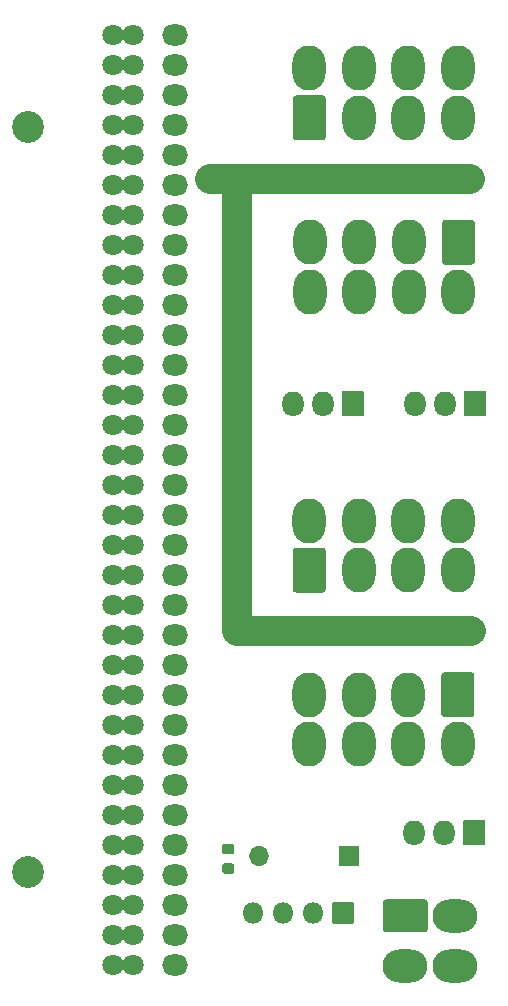
<source format=gts>
%TF.GenerationSoftware,KiCad,Pcbnew,(5.1.10)-1*%
%TF.CreationDate,2021-09-25T23:36:15+08:00*%
%TF.ProjectId,KCORES CSPS to ATX Converter,4b434f52-4553-4204-9353-505320746f20,1.0*%
%TF.SameCoordinates,Original*%
%TF.FileFunction,Soldermask,Top*%
%TF.FilePolarity,Negative*%
%FSLAX46Y46*%
G04 Gerber Fmt 4.6, Leading zero omitted, Abs format (unit mm)*
G04 Created by KiCad (PCBNEW (5.1.10)-1) date 2021-09-25 23:36:15*
%MOMM*%
%LPD*%
G01*
G04 APERTURE LIST*
%ADD10C,2.540000*%
%ADD11O,3.800000X2.800000*%
%ADD12O,1.830000X2.130000*%
%ADD13O,1.700000X1.700000*%
%ADD14O,1.800000X1.800000*%
%ADD15O,2.180000X1.800000*%
%ADD16C,1.800000*%
%ADD17C,2.700000*%
%ADD18O,2.800000X3.800000*%
G04 APERTURE END LIST*
D10*
X105271000Y-130600000D02*
X125083000Y-130600000D01*
X105271000Y-130600000D02*
X105271000Y-92373000D01*
X102985000Y-92373000D02*
X124956000Y-92373000D01*
D11*
%TO.C,J8*%
X123695000Y-158930000D03*
X123695000Y-154730000D03*
X119495000Y-158930000D03*
G36*
G01*
X117855400Y-153330000D02*
X121134600Y-153330000D01*
G75*
G02*
X121395000Y-153590400I0J-260400D01*
G01*
X121395000Y-155869600D01*
G75*
G02*
X121134600Y-156130000I-260400J0D01*
G01*
X117855400Y-156130000D01*
G75*
G02*
X117595000Y-155869600I0J260400D01*
G01*
X117595000Y-153590400D01*
G75*
G02*
X117855400Y-153330000I260400J0D01*
G01*
G37*
%TD*%
D12*
%TO.C,M3*%
X120257000Y-147681500D03*
X122797000Y-147681500D03*
G36*
G01*
X126202000Y-148746500D02*
X124472000Y-148746500D01*
G75*
G02*
X124422000Y-148696500I0J50000D01*
G01*
X124422000Y-146666500D01*
G75*
G02*
X124472000Y-146616500I50000J0D01*
G01*
X126202000Y-146616500D01*
G75*
G02*
X126252000Y-146666500I0J-50000D01*
G01*
X126252000Y-148696500D01*
G75*
G02*
X126202000Y-148746500I-50000J0D01*
G01*
G37*
%TD*%
%TO.C,M2*%
X120320500Y-111359500D03*
X122860500Y-111359500D03*
G36*
G01*
X126265500Y-112424500D02*
X124535500Y-112424500D01*
G75*
G02*
X124485500Y-112374500I0J50000D01*
G01*
X124485500Y-110344500D01*
G75*
G02*
X124535500Y-110294500I50000J0D01*
G01*
X126265500Y-110294500D01*
G75*
G02*
X126315500Y-110344500I0J-50000D01*
G01*
X126315500Y-112374500D01*
G75*
G02*
X126265500Y-112424500I-50000J0D01*
G01*
G37*
%TD*%
%TO.C,M1*%
X109970000Y-111359500D03*
X112510000Y-111359500D03*
G36*
G01*
X115915000Y-112424500D02*
X114185000Y-112424500D01*
G75*
G02*
X114135000Y-112374500I0J50000D01*
G01*
X114135000Y-110344500D01*
G75*
G02*
X114185000Y-110294500I50000J0D01*
G01*
X115915000Y-110294500D01*
G75*
G02*
X115965000Y-110344500I0J-50000D01*
G01*
X115965000Y-112374500D01*
G75*
G02*
X115915000Y-112424500I-50000J0D01*
G01*
G37*
%TD*%
D13*
%TO.C,SW1*%
X107112500Y-149650000D03*
G36*
G01*
X115582500Y-148850000D02*
X115582500Y-150450000D01*
G75*
G02*
X115532500Y-150500000I-50000J0D01*
G01*
X113932500Y-150500000D01*
G75*
G02*
X113882500Y-150450000I0J50000D01*
G01*
X113882500Y-148850000D01*
G75*
G02*
X113932500Y-148800000I50000J0D01*
G01*
X115532500Y-148800000D01*
G75*
G02*
X115582500Y-148850000I0J-50000D01*
G01*
G37*
%TD*%
%TO.C,R1*%
G36*
G01*
X104809000Y-149529000D02*
X104209000Y-149529000D01*
G75*
G02*
X103984000Y-149304000I0J225000D01*
G01*
X103984000Y-148854000D01*
G75*
G02*
X104209000Y-148629000I225000J0D01*
G01*
X104809000Y-148629000D01*
G75*
G02*
X105034000Y-148854000I0J-225000D01*
G01*
X105034000Y-149304000D01*
G75*
G02*
X104809000Y-149529000I-225000J0D01*
G01*
G37*
G36*
G01*
X104809000Y-151179000D02*
X104209000Y-151179000D01*
G75*
G02*
X103984000Y-150954000I0J225000D01*
G01*
X103984000Y-150504000D01*
G75*
G02*
X104209000Y-150279000I225000J0D01*
G01*
X104809000Y-150279000D01*
G75*
G02*
X105034000Y-150504000I0J-225000D01*
G01*
X105034000Y-150954000D01*
G75*
G02*
X104809000Y-151179000I-225000J0D01*
G01*
G37*
%TD*%
D14*
%TO.C,J2*%
X106604500Y-154476000D03*
X109144500Y-154476000D03*
X111684500Y-154476000D03*
G36*
G01*
X113374500Y-153576000D02*
X115074500Y-153576000D01*
G75*
G02*
X115124500Y-153626000I0J-50000D01*
G01*
X115124500Y-155326000D01*
G75*
G02*
X115074500Y-155376000I-50000J0D01*
G01*
X113374500Y-155376000D01*
G75*
G02*
X113324500Y-155326000I0J50000D01*
G01*
X113324500Y-153626000D01*
G75*
G02*
X113374500Y-153576000I50000J0D01*
G01*
G37*
%TD*%
D15*
%TO.C,J1*%
X100033000Y-80117500D03*
X100033000Y-82657500D03*
X100033000Y-85197500D03*
X100033000Y-87737500D03*
X100033000Y-90277500D03*
X100033000Y-92817500D03*
X100033000Y-95357500D03*
X100033000Y-97897500D03*
X100033000Y-100437500D03*
X100033000Y-102977500D03*
X100033000Y-105517500D03*
X100033000Y-108057500D03*
X100033000Y-110597500D03*
X100033000Y-113137500D03*
X100033000Y-115677500D03*
X100033000Y-118217500D03*
X100033000Y-120757500D03*
X100033000Y-123297500D03*
X100033000Y-125837500D03*
X100033000Y-128377500D03*
X100033000Y-130917500D03*
X100033000Y-133457500D03*
X100033000Y-135997500D03*
X100033000Y-138537500D03*
X100033000Y-141077500D03*
X100033000Y-143617500D03*
X100033000Y-146157500D03*
X100033000Y-148697500D03*
X100033000Y-151237500D03*
X100033000Y-153777500D03*
X100033000Y-156317500D03*
X100033000Y-158857500D03*
D16*
X94763000Y-158857500D03*
X94763000Y-156317500D03*
X94763000Y-153777500D03*
X94763000Y-151237500D03*
X94763000Y-148697500D03*
X94763000Y-146157500D03*
X94763000Y-143617500D03*
X94763000Y-141077500D03*
X94763000Y-138537500D03*
X94763000Y-135997500D03*
X94763000Y-133457500D03*
X94763000Y-130917500D03*
X94763000Y-128377500D03*
X94763000Y-125837500D03*
X94763000Y-123297500D03*
X94763000Y-120757500D03*
X94763000Y-118217500D03*
X94763000Y-115677500D03*
X94763000Y-113137500D03*
X94763000Y-110597500D03*
X94763000Y-108057500D03*
X94763000Y-105517500D03*
X94763000Y-102977500D03*
X94763000Y-100437500D03*
X94763000Y-97897500D03*
X94763000Y-95357500D03*
X94763000Y-92817500D03*
X94763000Y-90277500D03*
X94763000Y-87737500D03*
X94763000Y-85197500D03*
X94763000Y-82657500D03*
X96413000Y-158857500D03*
X96413000Y-156317500D03*
X96413000Y-153777500D03*
X96413000Y-151237500D03*
X96413000Y-148697500D03*
X96413000Y-146157500D03*
X96413000Y-143617500D03*
X96413000Y-141077500D03*
X96413000Y-138537500D03*
X96413000Y-135997500D03*
X96413000Y-133457500D03*
X96413000Y-130917500D03*
X96413000Y-128377500D03*
X96413000Y-125837500D03*
X96413000Y-123297500D03*
X96413000Y-120757500D03*
X96413000Y-118217500D03*
X96413000Y-115677500D03*
X96413000Y-113137500D03*
X96413000Y-110597500D03*
X96413000Y-108057500D03*
X96413000Y-105517500D03*
X96413000Y-102977500D03*
X96413000Y-100437500D03*
X96413000Y-97897500D03*
X96413000Y-95357500D03*
X96413000Y-92817500D03*
X96413000Y-90277500D03*
X96413000Y-87737500D03*
X96413000Y-85197500D03*
X96413000Y-82657500D03*
D17*
X87563000Y-151007500D03*
X87563000Y-87967500D03*
D16*
X94763000Y-80117500D03*
X96413000Y-80117500D03*
%TD*%
D18*
%TO.C,J6*%
X123967000Y-121256500D03*
X119767000Y-121256500D03*
X115567000Y-121256500D03*
X111367000Y-121256500D03*
X123967000Y-125456500D03*
X119767000Y-125456500D03*
G36*
G01*
X109967000Y-127096100D02*
X109967000Y-123816900D01*
G75*
G02*
X110227400Y-123556500I260400J0D01*
G01*
X112506600Y-123556500D01*
G75*
G02*
X112767000Y-123816900I0J-260400D01*
G01*
X112767000Y-127096100D01*
G75*
G02*
X112506600Y-127356500I-260400J0D01*
G01*
X110227400Y-127356500D01*
G75*
G02*
X109967000Y-127096100I0J260400D01*
G01*
G37*
X115567000Y-125456500D03*
%TD*%
%TO.C,J5*%
X123967000Y-82966000D03*
X119767000Y-82966000D03*
X115567000Y-82966000D03*
X111367000Y-82966000D03*
X123967000Y-87166000D03*
X119767000Y-87166000D03*
G36*
G01*
X109967000Y-88805600D02*
X109967000Y-85526400D01*
G75*
G02*
X110227400Y-85266000I260400J0D01*
G01*
X112506600Y-85266000D01*
G75*
G02*
X112767000Y-85526400I0J-260400D01*
G01*
X112767000Y-88805600D01*
G75*
G02*
X112506600Y-89066000I-260400J0D01*
G01*
X110227400Y-89066000D01*
G75*
G02*
X109967000Y-88805600I0J260400D01*
G01*
G37*
X115567000Y-87166000D03*
%TD*%
%TO.C,J4*%
X111340000Y-140197500D03*
X115540000Y-140197500D03*
X119740000Y-140197500D03*
X123940000Y-140197500D03*
X111340000Y-135997500D03*
X115540000Y-135997500D03*
G36*
G01*
X125340000Y-134357900D02*
X125340000Y-137637100D01*
G75*
G02*
X125079600Y-137897500I-260400J0D01*
G01*
X122800400Y-137897500D01*
G75*
G02*
X122540000Y-137637100I0J260400D01*
G01*
X122540000Y-134357900D01*
G75*
G02*
X122800400Y-134097500I260400J0D01*
G01*
X125079600Y-134097500D01*
G75*
G02*
X125340000Y-134357900I0J-260400D01*
G01*
G37*
X119740000Y-135997500D03*
%TD*%
%TO.C,J3*%
X111403500Y-101898000D03*
X115603500Y-101898000D03*
X119803500Y-101898000D03*
X124003500Y-101898000D03*
X111403500Y-97698000D03*
X115603500Y-97698000D03*
G36*
G01*
X125403500Y-96058400D02*
X125403500Y-99337600D01*
G75*
G02*
X125143100Y-99598000I-260400J0D01*
G01*
X122863900Y-99598000D01*
G75*
G02*
X122603500Y-99337600I0J260400D01*
G01*
X122603500Y-96058400D01*
G75*
G02*
X122863900Y-95798000I260400J0D01*
G01*
X125143100Y-95798000D01*
G75*
G02*
X125403500Y-96058400I0J-260400D01*
G01*
G37*
X119803500Y-97698000D03*
%TD*%
M02*

</source>
